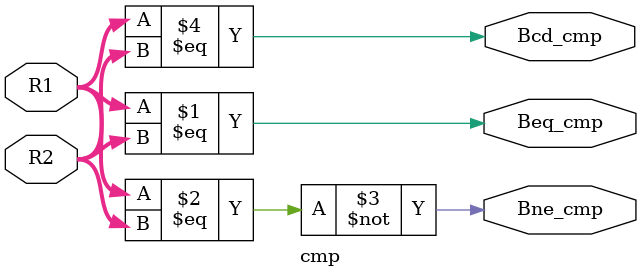
<source format=v>
`timescale 1ns / 1ps

module cmp(
    input [31:0] R1,
    input [31:0] R2,

    output Beq_cmp,
    output Bne_cmp,
	output Bcd_cmp
);
    assign Beq_cmp = (R1 == R2);
    assign Bne_cmp = ~(R1 == R2);
	assign Bcd_cmp = (R1 == R2);

endmodule
</source>
